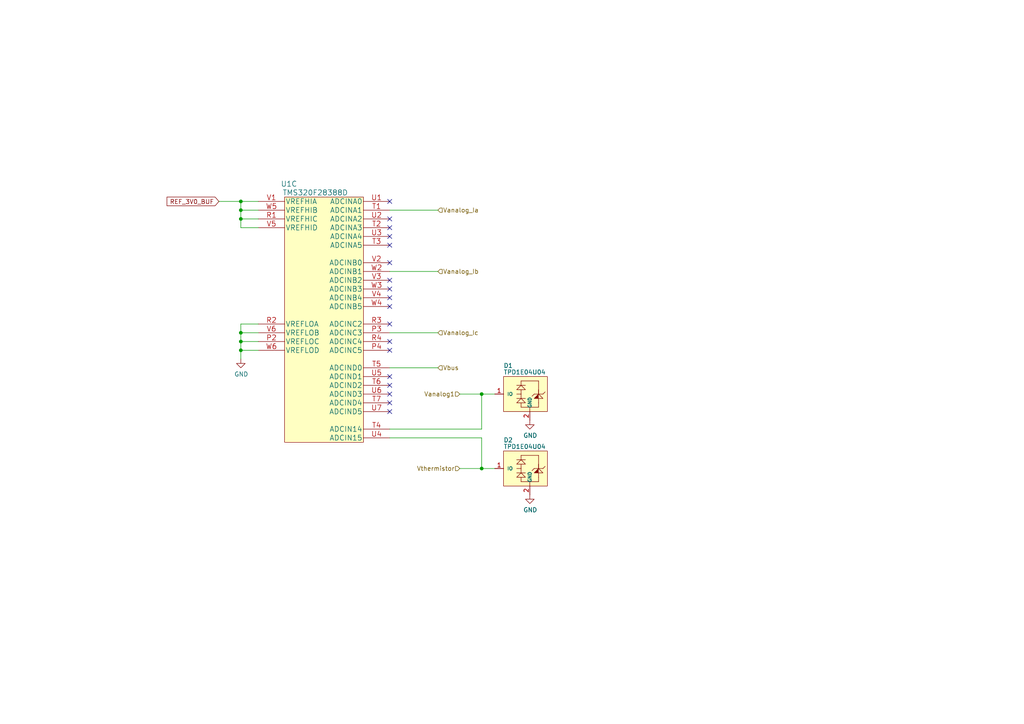
<source format=kicad_sch>
(kicad_sch (version 20231120) (generator "eeschema") (generator_version "8.0")
  (paper "A4")
  (title_block (title "Open MOtor DRiver Initiative  - Single Axis (OMODRI_SA)") (date "2024-11-08") (rev "1.0") (company "LAAS/CNRS"))
  (lib_symbols
    (symbol "omodri_lib:TMS320F28388D" (pin_names (offset 0.254))
      (property "Reference" "U" (at -8.89 55.88 0))
      (property "Value" "TMS320F28388D" (at 0 53.34 0))
      (symbol "TMS320F28388D_1_1"
        (rectangle (start -8.89 49.53) (end 8.89 -46.99) (fill (type background)))
        (pin power_in line (at -16.51 48.26 0) (length 7.62) (name "VSS") (number "A1"))
        (pin power_in line (at -16.51 45.72 0) (length 7.62) (name "VSS") (number "A10"))
        (pin power_in line (at -16.51 43.18 0) (length 7.62) (name "VSS") (number "A19"))
        (pin power_in line (at -16.51 33.02 0) (length 7.62) (name "VSS") (number "E12"))
        (pin power_in line (at -16.51 30.48 0) (length 7.62) (name "VSS") (number "E14"))
        (pin power_in line (at -16.51 27.94 0) (length 7.62) (name "VSS") (number "E15"))
        (pin power_in line (at -16.51 40.64 0) (length 7.62) (name "VSS") (number "E5"))
        (pin power_in line (at -16.51 38.1 0) (length 7.62) (name "VSS") (number "E6"))
        (pin power_in line (at -16.51 35.56 0) (length 7.62) (name "VSS") (number "E8"))
        (pin power_in line (at -16.51 17.78 0) (length 7.62) (name "VSS") (number "F12"))
        (pin power_in line (at -16.51 15.24 0) (length 7.62) (name "VSS") (number "F14"))
        (pin power_in line (at -16.51 12.7 0) (length 7.62) (name "VSS") (number "F15"))
        (pin power_in line (at -16.51 25.4 0) (length 7.62) (name "VSS") (number "F5"))
        (pin power_in line (at -16.51 22.86 0) (length 7.62) (name "VSS") (number "F6"))
        (pin power_in line (at -16.51 20.32 0) (length 7.62) (name "VSS") (number "F8"))
        (pin power_in line (at -16.51 10.16 0) (length 7.62) (name "VSS") (number "G16"))
        (pin power_in line (at -16.51 7.62 0) (length 7.62) (name "VSS") (number "G17"))
        (pin power_in line (at -16.51 0 0) (length 7.62) (name "VSS") (number "H10"))
        (pin power_in line (at -16.51 -2.54 0) (length 7.62) (name "VSS") (number "H11"))
        (pin power_in line (at -16.51 -5.08 0) (length 7.62) (name "VSS") (number "H12"))
        (pin power_in line (at -16.51 -7.62 0) (length 7.62) (name "VSS") (number "H14"))
        (pin power_in line (at -16.51 -10.16 0) (length 7.62) (name "VSS") (number "H15"))
        (pin power_in line (at 16.51 48.26 180) (length 7.62) (name "VSSOSC") (number "H18"))
        (pin power_in line (at 16.51 45.72 180) (length 7.62) (name "VSSOSC") (number "H19"))
        (pin power_in line (at -16.51 5.08 0) (length 7.62) (name "VSS") (number "H8"))
        (pin power_in line (at -16.51 2.54 0) (length 7.62) (name "VSS") (number "H9"))
        (pin power_in line (at -16.51 -22.86 0) (length 7.62) (name "VSS") (number "J10"))
        (pin power_in line (at -16.51 -25.4 0) (length 7.62) (name "VSS") (number "J11"))
        (pin power_in line (at -16.51 -27.94 0) (length 7.62) (name "VSS") (number "J12"))
        (pin power_in line (at -16.51 -12.7 0) (length 7.62) (name "VSS") (number "J5"))
        (pin power_in line (at -16.51 -15.24 0) (length 7.62) (name "VSS") (number "J6"))
        (pin power_in line (at -16.51 -17.78 0) (length 7.62) (name "VSS") (number "J8"))
        (pin power_in line (at -16.51 -20.32 0) (length 7.62) (name "VSS") (number "J9"))
        (pin power_in line (at -16.51 -35.56 0) (length 7.62) (name "VSS") (number "K10"))
        (pin power_in line (at -16.51 -38.1 0) (length 7.62) (name "VSS") (number "K11"))
        (pin power_in line (at -16.51 -40.64 0) (length 7.62) (name "VSS") (number "K12"))
        (pin power_in line (at -16.51 -43.18 0) (length 7.62) (name "VSS") (number "K14"))
        (pin power_in line (at -16.51 -45.72 0) (length 7.62) (name "VSS") (number "K15"))
        (pin power_in line (at -16.51 -30.48 0) (length 7.62) (name "VSS") (number "K8"))
        (pin power_in line (at -16.51 -33.02 0) (length 7.62) (name "VSS") (number "K9"))
        (pin power_in line (at 16.51 17.78 180) (length 7.62) (name "VSS") (number "L10"))
        (pin power_in line (at 16.51 15.24 180) (length 7.62) (name "VSS") (number "L11"))
        (pin power_in line (at 16.51 12.7 180) (length 7.62) (name "VSS") (number "L12"))
        (pin power_in line (at 16.51 10.16 180) (length 7.62) (name "VSS") (number "L18"))
        (pin power_in line (at 16.51 27.94 180) (length 7.62) (name "VSS") (number "L5"))
        (pin power_in line (at 16.51 25.4 180) (length 7.62) (name "VSS") (number "L6"))
        (pin power_in line (at 16.51 22.86 180) (length 7.62) (name "VSS") (number "L8"))
        (pin power_in line (at 16.51 20.32 180) (length 7.62) (name "VSS") (number "L9"))
        (pin power_in line (at 16.51 2.54 180) (length 7.62) (name "VSS") (number "M10"))
        (pin power_in line (at 16.51 0 180) (length 7.62) (name "VSS") (number "M11"))
        (pin power_in line (at 16.51 -2.54 180) (length 7.62) (name "VSS") (number "M12"))
        (pin power_in line (at 16.51 -5.08 180) (length 7.62) (name "VSS") (number "M14"))
        (pin power_in line (at 16.51 -7.62 180) (length 7.62) (name "VSS") (number "M15"))
        (pin power_in line (at 16.51 7.62 180) (length 7.62) (name "VSS") (number "M8"))
        (pin power_in line (at 16.51 5.08 180) (length 7.62) (name "VSS") (number "M9"))
        (pin power_in line (at 16.51 -10.16 180) (length 7.62) (name "VSS") (number "N1"))
        (pin power_in line (at 16.51 -12.7 180) (length 7.62) (name "VSS") (number "N5"))
        (pin power_in line (at 16.51 -15.24 180) (length 7.62) (name "VSS") (number "N6"))
        (pin power_in line (at 16.51 41.91 180) (length 7.62) (name "VSSA") (number "P1"))
        (pin power_in line (at 16.51 -22.86 180) (length 7.62) (name "VSS") (number "P11"))
        (pin power_in line (at 16.51 -25.4 180) (length 7.62) (name "VSS") (number "P12"))
        (pin power_in line (at 16.51 -27.94 180) (length 7.62) (name "VSS") (number "P14"))
        (pin power_in line (at 16.51 -30.48 180) (length 7.62) (name "VSS") (number "P15"))
        (pin power_in line (at 16.51 39.37 180) (length 7.62) (name "VSSA") (number "P5"))
        (pin power_in line (at 16.51 -17.78 180) (length 7.62) (name "VSS") (number "P7"))
        (pin power_in line (at 16.51 -20.32 180) (length 7.62) (name "VSS") (number "P8"))
        (pin power_in line (at 16.51 -38.1 180) (length 7.62) (name "VSS") (number "R14"))
        (pin power_in line (at 16.51 -40.64 180) (length 7.62) (name "VSS") (number "R15"))
        (pin power_in line (at 16.51 36.83 180) (length 7.62) (name "VSSA") (number "R5"))
        (pin power_in line (at 16.51 -33.02 180) (length 7.62) (name "VSS") (number "R7"))
        (pin power_in line (at 16.51 -35.56 180) (length 7.62) (name "VSS") (number "R8"))
        (pin power_in line (at 16.51 34.29 180) (length 7.62) (name "VSSA") (number "V7"))
        (pin power_in line (at 16.51 31.75 180) (length 7.62) (name "VSSA") (number "W1"))
        (pin power_in line (at 16.51 -45.72 180) (length 7.62) (name "VSS") (number "W19"))
        (pin power_in line (at 16.51 -43.18 180) (length 7.62) (name "VSS") (number "W7"))
      )
      (symbol "TMS320F28388D_2_1"
        (rectangle (start -10.16 49.53) (end 10.16 -21.59) (fill (type background)))
        (pin power_in line (at 17.78 45.72 180) (length 7.62) (name "VDDIO") (number "A18"))
        (pin power_in line (at 17.78 48.26 180) (length 7.62) (name "VDDIO") (number "A9"))
        (pin power_in line (at 17.78 43.18 180) (length 7.62) (name "VDDIO") (number "B1"))
        (pin power_in line (at 17.78 38.1 180) (length 7.62) (name "VDDIO") (number "E10"))
        (pin power_in line (at -17.78 45.72 0) (length 7.62) (name "VDD") (number "E11"))
        (pin power_in line (at 17.78 35.56 180) (length 7.62) (name "VDDIO") (number "E13"))
        (pin power_in line (at 17.78 33.02 180) (length 7.62) (name "VDDIO") (number "E16"))
        (pin power_in line (at 17.78 40.64 180) (length 7.62) (name "VDDIO") (number "E7"))
        (pin power_in line (at -17.78 48.26 0) (length 7.62) (name "VDD") (number "E9"))
        (pin power_in line (at 17.78 25.4 180) (length 7.62) (name "VDDIO") (number "F10"))
        (pin power_in line (at -17.78 40.64 0) (length 7.62) (name "VDD") (number "F11"))
        (pin power_in line (at 17.78 22.86 180) (length 7.62) (name "VDDIO") (number "F13"))
        (pin power_in line (at 17.78 20.32 180) (length 7.62) (name "VDDIO") (number "F16"))
        (pin power_in line (at 17.78 30.48 180) (length 7.62) (name "VDDIO") (number "F4"))
        (pin power_in line (at 17.78 27.94 180) (length 7.62) (name "VDDIO") (number "F7"))
        (pin power_in line (at -17.78 43.18 0) (length 7.62) (name "VDD") (number "F9"))
        (pin power_in line (at -17.78 38.1 0) (length 7.62) (name "VDD") (number "G14"))
        (pin power_in line (at -17.78 35.56 0) (length 7.62) (name "VDD") (number "G15"))
        (pin power_in line (at 17.78 17.78 180) (length 7.62) (name "VDDIO") (number "G4"))
        (pin power_in line (at 17.78 15.24 180) (length 7.62) (name "VDDIO") (number "G5"))
        (pin power_in line (at 17.78 12.7 180) (length 7.62) (name "VDDIO") (number "G6"))
        (pin power_in line (at -17.78 -17.78 0) (length 7.62) (name "VDDOSC") (number "H16"))
        (pin power_in line (at -17.78 -20.32 0) (length 7.62) (name "VDDOSC") (number "H17"))
        (pin power_in line (at 17.78 10.16 180) (length 7.62) (name "VDDIO") (number "H5"))
        (pin power_in line (at 17.78 7.62 180) (length 7.62) (name "VDDIO") (number "H6"))
        (pin power_in line (at -17.78 33.02 0) (length 7.62) (name "VDD") (number "J14"))
        (pin power_in line (at -17.78 30.48 0) (length 7.62) (name "VDD") (number "J15"))
        (pin power_in line (at -17.78 27.94 0) (length 7.62) (name "VDD") (number "K5"))
        (pin power_in line (at -17.78 25.4 0) (length 7.62) (name "VDD") (number "K6"))
        (pin power_in line (at 17.78 5.08 180) (length 7.62) (name "VDDIO") (number "L14"))
        (pin power_in line (at 17.78 2.54 180) (length 7.62) (name "VDDIO") (number "L15"))
        (pin power_in line (at 17.78 0 180) (length 7.62) (name "VDDIO") (number "M1"))
        (pin power_in line (at 17.78 -2.54 180) (length 7.62) (name "VDDIO") (number "M5"))
        (pin power_in line (at 17.78 -5.08 180) (length 7.62) (name "VDDIO") (number "M6"))
        (pin power_in line (at 17.78 -7.62 180) (length 7.62) (name "VDDIO") (number "N14"))
        (pin power_in line (at 17.78 -10.16 180) (length 7.62) (name "VDDIO") (number "N15"))
        (pin power_in line (at -17.78 22.86 0) (length 7.62) (name "VDD") (number "P10"))
        (pin power_in line (at -17.78 20.32 0) (length 7.62) (name "VDD") (number "P13"))
        (pin power_in line (at -17.78 10.16 0) (length 7.62) (name "VDDA") (number "P6"))
        (pin power_in line (at 17.78 -12.7 180) (length 7.62) (name "VDDIO") (number "P9"))
        (pin power_in line (at -17.78 17.78 0) (length 7.62) (name "VDD") (number "R10"))
        (pin power_in line (at -17.78 -3.81 0) (length 7.62) (name "VDD3VFL") (number "R11"))
        (pin power_in line (at -17.78 -6.35 0) (length 7.62) (name "VDD3VFL") (number "R12"))
        (pin power_in line (at -17.78 15.24 0) (length 7.62) (name "VDD") (number "R13"))
        (pin power_in line (at -17.78 7.62 0) (length 7.62) (name "VDDA") (number "R6"))
        (pin power_in line (at 17.78 -15.24 180) (length 7.62) (name "VDDIO") (number "R9"))
        (pin power_in line (at 17.78 -17.78 180) (length 7.62) (name "VDDIO") (number "V19"))
        (pin power_in line (at 17.78 -20.32 180) (length 7.62) (name "VDDIO") (number "W8"))
      )
      (symbol "TMS320F28388D_3_1"
        (rectangle (start -11.43 49.53) (end 11.43 -21.59) (fill (type background)))
        (pin power_in line (at -19.05 7.62 0) (length 7.62) (name "VREFLOC") (number "P2"))
        (pin input line (at 19.05 10.16 180) (length 7.62) (name "ADCINC3") (number "P3"))
        (pin input line (at 19.05 5.08 180) (length 7.62) (name "ADCINC5") (number "P4"))
        (pin power_in line (at -19.05 43.18 0) (length 7.62) (name "VREFHIC") (number "R1"))
        (pin power_in line (at -19.05 12.7 0) (length 7.62) (name "VREFLOA") (number "R2"))
        (pin input line (at 19.05 12.7 180) (length 7.62) (name "ADCINC2") (number "R3"))
        (pin input line (at 19.05 7.62 180) (length 7.62) (name "ADCINC4") (number "R4"))
        (pin input line (at 19.05 45.72 180) (length 7.62) (name "ADCINA1") (number "T1"))
        (pin input line (at 19.05 40.64 180) (length 7.62) (name "ADCINA3") (number "T2"))
        (pin input line (at 19.05 35.56 180) (length 7.62) (name "ADCINA5") (number "T3"))
        (pin input line (at 19.05 -17.78 180) (length 7.62) (name "ADCIN14") (number "T4"))
        (pin input line (at 19.05 0 180) (length 7.62) (name "ADCIND0") (number "T5"))
        (pin input line (at 19.05 -5.08 180) (length 7.62) (name "ADCIND2") (number "T6"))
        (pin input line (at 19.05 -10.16 180) (length 7.62) (name "ADCIND4") (number "T7"))
        (pin input line (at 19.05 48.26 180) (length 7.62) (name "ADCINA0") (number "U1"))
        (pin input line (at 19.05 43.18 180) (length 7.62) (name "ADCINA2") (number "U2"))
        (pin input line (at 19.05 38.1 180) (length 7.62) (name "ADCINA4") (number "U3"))
        (pin input line (at 19.05 -20.32 180) (length 7.62) (name "ADCIN15") (number "U4"))
        (pin input line (at 19.05 -2.54 180) (length 7.62) (name "ADCIND1") (number "U5"))
        (pin input line (at 19.05 -7.62 180) (length 7.62) (name "ADCIND3") (number "U6"))
        (pin input line (at 19.05 -12.7 180) (length 7.62) (name "ADCIND5") (number "U7"))
        (pin power_in line (at -19.05 48.26 0) (length 7.62) (name "VREFHIA") (number "V1"))
        (pin input line (at 19.05 30.48 180) (length 7.62) (name "ADCINB0") (number "V2"))
        (pin input line (at 19.05 25.4 180) (length 7.62) (name "ADCINB2") (number "V3"))
        (pin input line (at 19.05 20.32 180) (length 7.62) (name "ADCINB4") (number "V4"))
        (pin power_in line (at -19.05 40.64 0) (length 7.62) (name "VREFHID") (number "V5"))
        (pin power_in line (at -19.05 10.16 0) (length 7.62) (name "VREFLOB") (number "V6"))
        (pin input line (at 19.05 27.94 180) (length 7.62) (name "ADCINB1") (number "W2"))
        (pin input line (at 19.05 22.86 180) (length 7.62) (name "ADCINB3") (number "W3"))
        (pin input line (at 19.05 17.78 180) (length 7.62) (name "ADCINB5") (number "W4"))
        (pin power_in line (at -19.05 45.72 0) (length 7.62) (name "VREFHIB") (number "W5"))
        (pin power_in line (at -19.05 5.08 0) (length 7.62) (name "VREFLOD") (number "W6"))
      )
      (symbol "TMS320F28388D_4_1"
        (rectangle (start -8.89 49.53) (end 8.89 -31.75) (fill (type background)))
        (pin passive line (at 16.51 33.02 180) (length 7.62) (name "GPIO6") (number "A6"))
        (pin passive line (at 16.51 43.18 180) (length 7.62) (name "GPIO2") (number "A7"))
        (pin passive line (at 16.51 22.86 180) (length 7.62) (name "GPIO10") (number "B2"))
        (pin passive line (at 16.51 30.48 180) (length 7.62) (name "GPIO7") (number "B6"))
        (pin passive line (at 16.51 40.64 180) (length 7.62) (name "GPIO3") (number "B7"))
        (pin passive line (at 16.51 20.32 180) (length 7.62) (name "GPIO11") (number "C1"))
        (pin passive line (at 16.51 17.78 180) (length 7.62) (name "GPIO12") (number "C2"))
        (pin passive line (at 16.51 38.1 180) (length 7.62) (name "GPIO4") (number "C7"))
        (pin passive line (at 16.51 48.26 180) (length 7.62) (name "GPIO0") (number "C8"))
        (pin passive line (at 16.51 15.24 180) (length 7.62) (name "GPIO13") (number "D1"))
        (pin passive line (at 16.51 12.7 180) (length 7.62) (name "GPIO14") (number "D2"))
        (pin passive line (at 16.51 10.16 180) (length 7.62) (name "GPIO15") (number "D3"))
        (pin passive line (at 16.51 35.56 180) (length 7.62) (name "GPIO5") (number "D7"))
        (pin passive line (at 16.51 45.72 180) (length 7.62) (name "GPIO1") (number "D8"))
        (pin passive line (at 16.51 7.62 180) (length 7.62) (name "GPIO16") (number "E1"))
        (pin passive line (at 16.51 5.08 180) (length 7.62) (name "GPIO17") (number "E2"))
        (pin passive line (at 16.51 2.54 180) (length 7.62) (name "GPIO18") (number "E3"))
        (pin passive line (at 16.51 0 180) (length 7.62) (name "GPIO19") (number "E4"))
        (pin passive line (at 16.51 -2.54 180) (length 7.62) (name "GPIO20") (number "F2"))
        (pin passive line (at 16.51 -5.08 180) (length 7.62) (name "GPIO21") (number "F3"))
        (pin passive line (at 16.51 27.94 180) (length 7.62) (name "GPIO8") (number "G2"))
        (pin passive line (at 16.51 25.4 180) (length 7.62) (name "GPIO9") (number "G3"))
        (pin passive line (at 16.51 -7.62 180) (length 7.62) (name "GPIO22") (number "J4"))
        (pin passive line (at 16.51 -17.78 180) (length 7.62) (name "GPIO26") (number "K1"))
        (pin passive line (at 16.51 -15.24 180) (length 7.62) (name "GPIO25") (number "K2"))
        (pin passive line (at 16.51 -12.7 180) (length 7.62) (name "GPIO24") (number "K3"))
        (pin passive line (at 16.51 -10.16 180) (length 7.62) (name "GPIO23") (number "K4"))
        (pin passive line (at 16.51 -20.32 180) (length 7.62) (name "GPIO27") (number "L1"))
        (pin passive line (at 16.51 -27.94 180) (length 7.62) (name "GPIO30") (number "T11"))
        (pin passive line (at 16.51 -30.48 180) (length 7.62) (name "GPIO31") (number "U11"))
        (pin passive line (at 16.51 -22.86 180) (length 7.62) (name "GPIO28") (number "V11"))
        (pin passive line (at 16.51 -25.4 180) (length 7.62) (name "GPIO29") (number "W11"))
      )
      (symbol "TMS320F28388D_5_1"
        (rectangle (start -8.89 49.53) (end 8.89 -31.75) (fill (type background)))
        (pin passive line (at 16.51 20.32 180) (length 7.62) (name "GPIO43") (number "C19"))
        (pin passive line (at 16.51 22.86 180) (length 7.62) (name "GPIO42") (number "D19"))
        (pin passive line (at 16.51 10.16 180) (length 7.62) (name "GPIO47") (number "E18"))
        (pin passive line (at 16.51 12.7 180) (length 7.62) (name "GPIO46") (number "E19"))
        (pin passive line (at 16.51 -30.48 180) (length 7.62) (name "GPIO63") (number "J16"))
        (pin passive line (at 16.51 -27.94 180) (length 7.62) (name "GPIO62") (number "J17"))
        (pin passive line (at 16.51 17.78 180) (length 7.62) (name "GPIO44") (number "K18"))
        (pin passive line (at 16.51 15.24 180) (length 7.62) (name "GPIO45") (number "K19"))
        (pin passive line (at 16.51 -25.4 180) (length 7.62) (name "GPIO61") (number "L16"))
        (pin passive line (at 16.51 -20.32 180) (length 7.62) (name "GPIO59") (number "M16"))
        (pin passive line (at 16.51 -22.86 180) (length 7.62) (name "GPIO60") (number "M17"))
        (pin passive line (at 16.51 -12.7 180) (length 7.62) (name "GPIO56") (number "N16"))
        (pin passive line (at 16.51 -17.78 180) (length 7.62) (name "GPIO58") (number "N17"))
        (pin passive line (at 16.51 -15.24 180) (length 7.62) (name "GPIO57") (number "N18"))
        (pin passive line (at 16.51 -2.54 180) (length 7.62) (name "GPIO52") (number "P16"))
        (pin passive line (at 16.51 -5.08 180) (length 7.62) (name "GPIO53") (number "P17"))
        (pin passive line (at 16.51 -7.62 180) (length 7.62) (name "GPIO54") (number "P18"))
        (pin passive line (at 16.51 -10.16 180) (length 7.62) (name "GPIO55") (number "P19"))
        (pin passive line (at 16.51 7.62 180) (length 7.62) (name "GPIO48") (number "R16"))
        (pin passive line (at 16.51 5.08 180) (length 7.62) (name "GPIO49") (number "R17"))
        (pin passive line (at 16.51 2.54 180) (length 7.62) (name "GPIO50") (number "R18"))
        (pin passive line (at 16.51 0 180) (length 7.62) (name "GPIO51") (number "R19"))
        (pin passive line (at 16.51 45.72 180) (length 7.62) (name "GPIO33") (number "T13"))
        (pin passive line (at 16.51 40.64 180) (length 7.62) (name "GPIO35") (number "T14"))
        (pin passive line (at 16.51 33.02 180) (length 7.62) (name "GPIO38") (number "T16"))
        (pin passive line (at 16.51 48.26 180) (length 7.62) (name "GPIO32") (number "U13"))
        (pin passive line (at 16.51 43.18 180) (length 7.62) (name "GPIO34") (number "U14"))
        (pin passive line (at 16.51 35.56 180) (length 7.62) (name "GPIO37") (number "U16"))
        (pin passive line (at 16.51 25.4 180) (length 7.62) (name "GPIO41") (number "U17"))
        (pin passive line (at 16.51 38.1 180) (length 7.62) (name "GPIO36") (number "V16"))
        (pin passive line (at 16.51 27.94 180) (length 7.62) (name "GPIO40") (number "V17"))
        (pin passive line (at 16.51 30.48 180) (length 7.62) (name "GPIO39") (number "W17"))
      )
      (symbol "TMS320F28388D_6_1"
        (rectangle (start -8.89 49.53) (end 8.89 -31.75) (fill (type background)))
        (pin passive line (at 16.51 -2.54 180) (length 7.62) (name "GPIO84") (number "A11"))
        (pin passive line (at 16.51 5.08 180) (length 7.62) (name "GPIO81") (number "A14"))
        (pin passive line (at 16.51 15.24 180) (length 7.62) (name "GPIO77") (number "A15"))
        (pin passive line (at 16.51 25.4 180) (length 7.62) (name "GPIO73") (number "A16"))
        (pin passive line (at 16.51 33.02 180) (length 7.62) (name "GPIO70") (number "A17"))
        (pin passive line (at 16.51 -27.94 180) (length 7.62) (name "GPIO94") (number "A3"))
        (pin passive line (at 16.51 -22.86 180) (length 7.62) (name "GPIO92") (number "A4"))
        (pin passive line (at 16.51 -17.78 180) (length 7.62) (name "GPIO90") (number "A5"))
        (pin passive line (at 16.51 -5.08 180) (length 7.62) (name "GPIO85") (number "B11"))
        (pin passive line (at 16.51 2.54 180) (length 7.62) (name "GPIO82") (number "B14"))
        (pin passive line (at 16.51 12.7 180) (length 7.62) (name "GPIO78") (number "B15"))
        (pin passive line (at 16.51 27.94 180) (length 7.62) (name "GPIO72") (number "B16"))
        (pin passive line (at 16.51 30.48 180) (length 7.62) (name "GPIO71") (number "B17"))
        (pin passive line (at 16.51 35.56 180) (length 7.62) (name "GPIO69") (number "B18"))
        (pin passive line (at 16.51 40.64 180) (length 7.62) (name "GPIO67") (number "B19"))
        (pin passive line (at 16.51 -30.48 180) (length 7.62) (name "GPIO95") (number "B3"))
        (pin passive line (at 16.51 -25.4 180) (length 7.62) (name "GPIO93") (number "B4"))
        (pin passive line (at 16.51 -20.32 180) (length 7.62) (name "GPIO91") (number "B5"))
        (pin passive line (at 16.51 -7.62 180) (length 7.62) (name "GPIO86") (number "C11"))
        (pin passive line (at 16.51 0 180) (length 7.62) (name "GPIO83") (number "C14"))
        (pin passive line (at 16.51 10.16 180) (length 7.62) (name "GPIO79") (number "C15"))
        (pin passive line (at 16.51 17.78 180) (length 7.62) (name "GPIO76") (number "C16"))
        (pin passive line (at 16.51 22.86 180) (length 7.62) (name "GPIO74") (number "C17"))
        (pin passive line (at 16.51 38.1 180) (length 7.62) (name "GPIO68") (number "C18"))
        (pin passive line (at 16.51 -12.7 180) (length 7.62) (name "GPIO88") (number "C6"))
        (pin passive line (at 16.51 -10.16 180) (length 7.62) (name "GPIO87") (number "D11"))
        (pin passive line (at 16.51 7.62 180) (length 7.62) (name "GPIO80") (number "D15"))
        (pin passive line (at 16.51 20.32 180) (length 7.62) (name "GPIO75") (number "D16"))
        (pin passive line (at 16.51 -15.24 180) (length 7.62) (name "GPIO89") (number "D6"))
        (pin passive line (at 16.51 45.72 180) (length 7.62) (name "GPIO65") (number "K16"))
        (pin passive line (at 16.51 43.18 180) (length 7.62) (name "GPIO66") (number "K17"))
        (pin passive line (at 16.51 48.26 180) (length 7.62) (name "GPIO64") (number "L17"))
      )
      (symbol "TMS320F28388D_7_1"
        (rectangle (start -8.89 49.53) (end 8.89 -31.75) (fill (type background)))
        (pin passive line (at 16.51 45.72 180) (length 7.62) (name "GPIO97") (number "A2"))
        (pin passive line (at 16.51 48.26 180) (length 7.62) (name "GPIO96") (number "C3"))
        (pin passive line (at 16.51 43.18 180) (length 7.62) (name "GPIO98") (number "F1"))
        (pin passive line (at 16.51 40.64 180) (length 7.62) (name "GPIO99") (number "G1"))
        (pin passive line (at 16.51 38.1 180) (length 7.62) (name "GPIO100") (number "H1"))
        (pin passive line (at 16.51 35.56 180) (length 7.62) (name "GPIO101") (number "H2"))
        (pin passive line (at 16.51 33.02 180) (length 7.62) (name "GPIO102") (number "H3"))
        (pin passive line (at 16.51 30.48 180) (length 7.62) (name "GPIO103") (number "J1"))
        (pin passive line (at 16.51 27.94 180) (length 7.62) (name "GPIO104") (number "J2"))
        (pin passive line (at 16.51 25.4 180) (length 7.62) (name "GPIO105") (number "J3"))
        (pin passive line (at 16.51 22.86 180) (length 7.62) (name "GPIO106") (number "L2"))
        (pin passive line (at 16.51 20.32 180) (length 7.62) (name "GPIO107") (number "L3"))
        (pin passive line (at 16.51 17.78 180) (length 7.62) (name "GPIO108") (number "L4"))
        (pin passive line (at 16.51 12.7 180) (length 7.62) (name "GPIO110") (number "M2"))
        (pin passive line (at 16.51 7.62 180) (length 7.62) (name "GPIO112") (number "M3"))
        (pin passive line (at 16.51 10.16 180) (length 7.62) (name "GPIO111") (number "M4"))
        (pin passive line (at 16.51 15.24 180) (length 7.62) (name "GPIO109") (number "N2"))
        (pin passive line (at 16.51 2.54 180) (length 7.62) (name "GPIO114") (number "N3"))
        (pin passive line (at 16.51 5.08 180) (length 7.62) (name "GPIO113") (number "N4"))
        (pin passive line (at 16.51 -7.62 180) (length 7.62) (name "GPIO118") (number "T12"))
        (pin passive line (at 16.51 -10.16 180) (length 7.62) (name "GPIO119") (number "T15"))
        (pin passive line (at 16.51 -17.78 180) (length 7.62) (name "GPIO122") (number "T8"))
        (pin passive line (at 16.51 -25.4 180) (length 7.62) (name "GPIO125") (number "T9"))
        (pin passive line (at 16.51 -5.08 180) (length 7.62) (name "GPIO117") (number "U12"))
        (pin passive line (at 16.51 -12.7 180) (length 7.62) (name "GPIO120") (number "U15"))
        (pin passive line (at 16.51 -20.32 180) (length 7.62) (name "GPIO123") (number "U8"))
        (pin passive line (at 16.51 -27.94 180) (length 7.62) (name "GPIO126") (number "U9"))
        (pin passive line (at 16.51 0 180) (length 7.62) (name "GPIO115") (number "V12"))
        (pin passive line (at 16.51 -22.86 180) (length 7.62) (name "GPIO124") (number "V8"))
        (pin passive line (at 16.51 -30.48 180) (length 7.62) (name "GPIO127") (number "V9"))
        (pin passive line (at 16.51 -2.54 180) (length 7.62) (name "GPIO116") (number "W10"))
        (pin passive line (at 16.51 -15.24 180) (length 7.62) (name "GPIO121") (number "W16"))
      )
      (symbol "TMS320F28388D_8_1"
        (rectangle (start -8.89 49.53) (end 8.89 -31.75) (fill (type background)))
        (pin passive line (at 16.51 -15.24 180) (length 7.62) (name "GPIO153") (number "A12"))
        (pin passive line (at 16.51 -5.08 180) (length 7.62) (name "GPIO149") (number "A13"))
        (pin passive line (at 16.51 -25.4 180) (length 7.62) (name "GPIO157") (number "B10"))
        (pin passive line (at 16.51 -17.78 180) (length 7.62) (name "GPIO154") (number "B12"))
        (pin passive line (at 16.51 -7.62 180) (length 7.62) (name "GPIO150") (number "B13"))
        (pin passive line (at 16.51 -27.94 180) (length 7.62) (name "GPIO158") (number "C10"))
        (pin passive line (at 16.51 -20.32 180) (length 7.62) (name "GPIO155") (number "C12"))
        (pin passive line (at 16.51 -10.16 180) (length 7.62) (name "GPIO151") (number "C13"))
        (pin passive line (at 16.51 -30.48 180) (length 7.62) (name "GPIO159") (number "D10"))
        (pin passive line (at 16.51 -22.86 180) (length 7.62) (name "GPIO156") (number "D12"))
        (pin passive line (at 16.51 -12.7 180) (length 7.62) (name "GPIO152") (number "D13"))
        (pin passive line (at 16.51 -2.54 180) (length 7.62) (name "GPIO148") (number "D14"))
        (pin passive line (at 16.51 0 180) (length 7.62) (name "GPIO147") (number "D17"))
        (pin passive line (at 16.51 2.54 180) (length 7.62) (name "GPIO146") (number "D18"))
        (pin passive line (at 16.51 5.08 180) (length 7.62) (name "GPIO145") (number "E17"))
        (pin passive line (at 16.51 7.62 180) (length 7.62) (name "GPIO144") (number "F17"))
        (pin passive line (at 16.51 10.16 180) (length 7.62) (name "GPIO143") (number "F18"))
        (pin passive line (at 16.51 35.56 180) (length 7.62) (name "GPIO133") (number "G18"))
        (pin passive line (at 16.51 12.7 180) (length 7.62) (name "GPIO142") (number "L19"))
        (pin passive line (at 16.51 15.24 180) (length 7.62) (name "GPIO141") (number "M18"))
        (pin passive line (at 16.51 17.78 180) (length 7.62) (name "GPIO140") (number "M19"))
        (pin passive line (at 16.51 20.32 180) (length 7.62) (name "GPIO139") (number "N19"))
        (pin passive line (at 16.51 45.72 180) (length 7.62) (name "GPIO129") (number "T10"))
        (pin passive line (at 16.51 27.94 180) (length 7.62) (name "GPIO136") (number "T17"))
        (pin passive line (at 16.51 25.4 180) (length 7.62) (name "GPIO137") (number "T18"))
        (pin passive line (at 16.51 22.86 180) (length 7.62) (name "GPIO138") (number "T19"))
        (pin passive line (at 16.51 43.18 180) (length 7.62) (name "GPIO130") (number "U10"))
        (pin passive line (at 16.51 30.48 180) (length 7.62) (name "GPIO135") (number "U18"))
        (pin passive line (at 16.51 40.64 180) (length 7.62) (name "GPIO131") (number "V10"))
        (pin passive line (at 16.51 33.02 180) (length 7.62) (name "GPIO134") (number "V18"))
        (pin passive line (at 16.51 38.1 180) (length 7.62) (name "GPIO132") (number "W18"))
        (pin passive line (at 16.51 48.26 180) (length 7.62) (name "GPIO128") (number "W9"))
      )
      (symbol "TMS320F28388D_9_1"
        (rectangle (start -8.89 49.53) (end 8.89 26.67) (fill (type background)))
        (pin passive line (at 16.51 40.64 180) (length 7.62) (name "GPIO163") (number "A8"))
        (pin passive line (at 16.51 38.1 180) (length 7.62) (name "GPIO164") (number "B8"))
        (pin passive line (at 16.51 48.26 180) (length 7.62) (name "GPIO160") (number "B9"))
        (pin passive line (at 16.51 30.48 180) (length 7.62) (name "GPIO167") (number "C4"))
        (pin passive line (at 16.51 35.56 180) (length 7.62) (name "GPIO165") (number "C5"))
        (pin passive line (at 16.51 45.72 180) (length 7.62) (name "GPIO161") (number "C9"))
        (pin passive line (at 16.51 27.94 180) (length 7.62) (name "GPIO168") (number "D4"))
        (pin passive line (at 16.51 33.02 180) (length 7.62) (name "GPIO166") (number "D5"))
        (pin passive line (at 16.51 43.18 180) (length 7.62) (name "GPIO162") (number "D9"))
      )
      (symbol "TMS320F28388D_10_1"
        (rectangle (start -8.89 49.53) (end 8.89 16.51) (fill (type background)))
        (pin open_collector line (at -16.51 17.78 0) (length 7.62) (name "~{XRSn}") (number "F19"))
        (pin input clock (at -16.51 43.18 0) (length 7.62) (name "X1") (number "G19"))
        (pin no_connect line (at 16.51 35.56 180) (length 7.62) (name "NC") (number "H4"))
        (pin no_connect line (at 16.51 33.02 180) (length 7.62) (name "NC") (number "J18"))
        (pin output inverted_clock (at -16.51 40.64 0) (length 7.62) (name "X2") (number "J19"))
        (pin open_collector line (at 16.51 48.26 180) (length 7.62) (name "ERRORSTS") (number "U19"))
        (pin no_connect line (at 16.51 40.64 180) (length 7.62) (name "FLT2") (number "V13"))
        (pin input input_low (at 16.51 27.94 180) (length 7.62) (name "~{TRSTn}") (number "V14"))
        (pin input clock (at 16.51 25.4 180) (length 7.62) (name "TCK") (number "V15"))
        (pin no_connect line (at 16.51 43.18 180) (length 7.62) (name "FLT1") (number "W12"))
        (pin input line (at 16.51 20.32 180) (length 7.62) (name "TDI") (number "W13"))
        (pin input line (at 16.51 22.86 180) (length 7.62) (name "TMS") (number "W14"))
        (pin output line (at 16.51 17.78 180) (length 7.62) (name "TDO") (number "W15"))
      )
    )
    (symbol "omodri_lib:TPD1E04U04" (pin_names (offset 1.016))
      (property "Reference" "D" (at -6.35 8.89 0))
      (property "Value" "TPD1E04U04" (at -1.27 6.35 0))
      (symbol "TPD1E04U04_0_1"
        (polyline (pts (xy -2.54 -3.81) (xy 2.54 -3.81)))
        (polyline (pts (xy -2.54 3.81) (xy 2.54 3.81)))
      )
      (symbol "TPD1E04U04_1_1"
        (rectangle (start -7.62 5.08) (end 5.08 -5.08) (fill (type background)))
        (polyline (pts (xy -2.54 0) (xy -3.81 0)))
        (polyline (pts (xy 0 -3.81) (xy 0 -5.08)))
        (polyline (pts (xy 1.27 0) (xy 0.635 -0.635)))
        (polyline (pts (xy 2.54 -2.54) (xy 2.54 -3.81)))
        (polyline (pts (xy 3.81 0) (xy 4.445 0.635) (xy 3.81 0)))
        (polyline (pts (xy 2.54 1.27) (xy 2.54 3.81) (xy 2.54 0.635) (xy 2.54 0)))
        (polyline (pts (xy -2.54 0) (xy -2.54 -1.27) (xy -3.81 -1.27) (xy -1.27 -1.27) (xy -2.54 -1.27) (xy -3.81 -2.54) (xy -1.27 -2.54) (xy -2.54 -1.27) (xy -1.27 -2.54) (xy -2.54 -2.54) (xy -2.54 -3.81)))
        (polyline (pts (xy -2.54 3.81) (xy -2.54 2.54) (xy -3.81 2.54) (xy -1.27 2.54) (xy -2.54 2.54) (xy -3.81 1.27) (xy -1.27 1.27) (xy -2.54 2.54) (xy -1.27 1.27) (xy -2.54 1.27) (xy -2.54 0)))
        (polyline (pts (xy 2.54 1.27) (xy 2.54 0) (xy 1.27 0) (xy 3.81 0) (xy 2.54 0) (xy 1.27 -1.27) (xy 3.81 -1.27) (xy 2.54 0) (xy 3.81 -1.27) (xy 2.54 -1.27) (xy 2.54 -2.54)) (fill (type outline)))
        (pin passive line (at -10.16 0 0) (length 2.54) (name "IO") (number "1"))
        (pin power_in line (at 0 -7.62 90) (length 2.54) (name "GND") (number "2"))
      )
    )
    (symbol "power:GND" (power) (pin_numbers hide) (pin_names (offset 0) hide)
      (property "Value" "GND" (at 0 -3.81 0))
      (symbol "GND_0_1"
        (polyline (pts (xy 0 0) (xy 0 -1.27) (xy 1.27 -1.27) (xy 0 -2.54) (xy -1.27 -1.27) (xy 0 -1.27)))
      )
      (symbol "GND_1_1"
        (pin power_in line (at 0 0 270) (length 0) (name "~") (number "1"))
      )
    )
  )
  (junction (at 69.85 99.06))
  (junction (at 69.85 63.5))
  (junction (at 69.85 58.42))
  (junction (at 69.85 96.52))
  (junction (at 69.85 60.96))
  (junction (at 139.7 135.89))
  (junction (at 69.85 101.6))
  (junction (at 139.7 114.3))
  (no_connect (at 113.03 81.28))
  (no_connect (at 113.03 83.82))
  (no_connect (at 113.03 111.76))
  (no_connect (at 113.03 114.3))
  (no_connect (at 113.03 119.38))
  (no_connect (at 113.03 76.2))
  (no_connect (at 113.03 116.84))
  (no_connect (at 113.03 66.04))
  (no_connect (at 113.03 101.6))
  (no_connect (at 113.03 109.22))
  (no_connect (at 113.03 93.98))
  (no_connect (at 113.03 63.5))
  (no_connect (at 113.03 58.42))
  (no_connect (at 113.03 88.9))
  (no_connect (at 113.03 86.36))
  (no_connect (at 113.03 99.06))
  (no_connect (at 113.03 68.58))
  (no_connect (at 113.03 71.12))
  (wire (pts (xy 74.93 99.06) (xy 69.85 99.06)))
  (wire (pts (xy 69.85 96.52) (xy 69.85 99.06)))
  (wire (pts (xy 69.85 99.06) (xy 69.85 101.6)))
  (wire (pts (xy 74.93 96.52) (xy 69.85 96.52)))
  (wire (pts (xy 113.03 127) (xy 139.7 127)))
  (wire (pts (xy 139.7 114.3) (xy 139.7 124.46)))
  (wire (pts (xy 69.85 58.42) (xy 74.93 58.42)))
  (wire (pts (xy 139.7 135.89) (xy 143.51 135.89)))
  (wire (pts (xy 113.03 60.96) (xy 127 60.96)))
  (wire (pts (xy 74.93 93.98) (xy 69.85 93.98)))
  (wire (pts (xy 133.35 114.3) (xy 139.7 114.3)))
  (wire (pts (xy 139.7 114.3) (xy 143.51 114.3)))
  (wire (pts (xy 139.7 135.89) (xy 139.7 127)))
  (wire (pts (xy 74.93 66.04) (xy 69.85 66.04)))
  (wire (pts (xy 69.85 63.5) (xy 69.85 60.96)))
  (wire (pts (xy 133.35 135.89) (xy 139.7 135.89)))
  (wire (pts (xy 69.85 66.04) (xy 69.85 63.5)))
  (wire (pts (xy 113.03 78.74) (xy 127 78.74)))
  (wire (pts (xy 69.85 101.6) (xy 74.93 101.6)))
  (wire (pts (xy 69.85 101.6) (xy 69.85 104.14)))
  (wire (pts (xy 74.93 63.5) (xy 69.85 63.5)))
  (wire (pts (xy 113.03 106.68) (xy 127 106.68)))
  (wire (pts (xy 69.85 93.98) (xy 69.85 96.52)))
  (wire (pts (xy 74.93 60.96) (xy 69.85 60.96)))
  (wire (pts (xy 63.5 58.42) (xy 69.85 58.42)))
  (wire (pts (xy 113.03 96.52) (xy 127 96.52)))
  (wire (pts (xy 113.03 124.46) (xy 139.7 124.46)))
  (wire (pts (xy 69.85 58.42) (xy 69.85 60.96)))
  (global_label "REF_3V0_BUF" (shape input) (at 63.5 58.42 180) (property "Intersheetrefs" "${INTERSHEET_REFS}" (effects (hide yes))) (property "Références Inter-Feuilles" "${INTERSHEET_REFS}" (effects (hide yes))))
  (hierarchical_label "Vthermistor" (shape input) (at 133.35 135.89 180))
  (hierarchical_label "Vanalog_Ib" (shape input) (at 127 78.74 0))
  (hierarchical_label "Vanalog1" (shape input) (at 133.35 114.3 180))
  (hierarchical_label "Vanalog_Ic" (shape input) (at 127 96.52 0))
  (hierarchical_label "Vanalog_Ia" (shape input) (at 127 60.96 0))
  (hierarchical_label "Vbus" (shape input) (at 127 106.68 0))
  (symbol (lib_id "omodri_lib:TMS320F28388D") (at 93.98 106.68 0) (unit 3)
    (property "Reference" "U1" (at 83.82 53.34 0) (effects (font (size 1.524 1.524))))
    (property "Value" "TMS320F28388D" (at 91.44 55.88 0) (effects (font (size 1.524 1.524))))
    (property "Footprint" "udriver3:NFBGA_337" (effects (hide yes)))
    (property "Datasheet" "https://www.ti.com/lit/ds/symlink/tms320f28388d.pdf" (effects (hide yes)))
    (property "Description" "C2000 family, 32-bit MCU with connectivity manager, 2x C28x+CLA CPU, 1.5-MB flash, FPU64, CLB, ENET, EtherCAT" (effects (hide yes)))
    (property "DigiKey" "296-F28388DZWTS-ND" (effects (hide yes)))
    (property "Mouser" "595-F28388DZWTS" (effects (hide yes)))
    (property "Part No" "F28388DZWTS" (effects (hide yes)))
    (property "LCSC" "C2879671" (effects (hide yes)))
    (property "Manufacturer" "TEXAS INSTRUMENTS" (effects (hide yes)))
    (property "Assembling" "SMD " (effects (hide yes)))
  )
  (symbol (lib_id "power:GND") (at 69.85 104.14 0) (unit 1)
    (property "Reference" "#PWR012" (effects (hide yes)))
    (property "Value" "GND" (at 69.977 108.5342 0))
    (property "Description" "Power symbol creates a global label with name \"GND\" , ground" (effects (hide yes)))
  )
  (symbol (lib_id "power:GND") (at 153.67 143.51 0) (unit 1)
    (property "Reference" "#PWR014" (effects (hide yes)))
    (property "Value" "GND" (at 153.797 147.9042 0))
    (property "Description" "Power symbol creates a global label with name \"GND\" , ground" (effects (hide yes)))
  )
  (symbol (lib_id "omodri_lib:TPD1E04U04") (at 153.67 135.89 0) (unit 1)
    (property "Reference" "D2" (at 146.05 127.635 0) (effects (justify left)))
    (property "Value" "TPD1E04U04" (at 146.05 129.54 0) (effects (justify left)))
    (property "Footprint" "Diode_SMD:D_0201_0603Metric" (effects (hide yes)))
    (property "Datasheet" "https://www.ti.com/lit/ds/symlink/tpd1e04u04.pdf" (effects (hide yes)))
    (property "Description" "0201, unidirectional ESD Protection Diode with Low-Capacitance, 1-Channel, 30 kV" (effects (hide yes)))
    (property "DigiKey" "296-47862-1-ND" (effects (hide yes)))
    (property "Mouser" "595-TPD1E04U04DPLT" (effects (hide yes)))
    (property "Part No" "TPD1E04U04DPLT" (effects (hide yes)))
    (property "LCSC" "C1973437" (effects (hide yes)))
    (property "Manufacturer" "TEXAS INSTRUMENTS" (effects (hide yes)))
    (property "Farnell" "3004229" (effects (hide yes)))
    (property "RS" "252-8753" (effects (hide yes)))
    (property "Assembling" "SMD" (effects (hide yes)))
  )
  (symbol (lib_id "power:GND") (at 153.67 121.92 0) (unit 1)
    (property "Reference" "#PWR013" (effects (hide yes)))
    (property "Value" "GND" (at 153.797 126.3142 0))
    (property "Description" "Power symbol creates a global label with name \"GND\" , ground" (effects (hide yes)))
  )
  (symbol (lib_id "omodri_lib:TPD1E04U04") (at 153.67 114.3 0) (unit 1)
    (property "Reference" "D1" (at 146.05 106.045 0) (effects (justify left)))
    (property "Value" "TPD1E04U04" (at 146.05 107.95 0) (effects (justify left)))
    (property "Footprint" "Diode_SMD:D_0201_0603Metric" (effects (hide yes)))
    (property "Datasheet" "https://www.ti.com/lit/ds/symlink/tpd1e04u04.pdf" (effects (hide yes)))
    (property "Description" "0201, unidirectional ESD Protection Diode with Low-Capacitance, 1-Channel, 30 kV" (effects (hide yes)))
    (property "DigiKey" "296-47862-1-ND" (effects (hide yes)))
    (property "Mouser" "595-TPD1E04U04DPLT" (effects (hide yes)))
    (property "Part No" "TPD1E04U04DPLT" (effects (hide yes)))
    (property "LCSC" "C1973437" (effects (hide yes)))
    (property "Manufacturer" "TEXAS INSTRUMENTS" (effects (hide yes)))
    (property "Farnell" "3004229" (effects (hide yes)))
    (property "RS" "252-8753" (effects (hide yes)))
    (property "Assembling" "SMD" (effects (hide yes)))
  )
)
</source>
